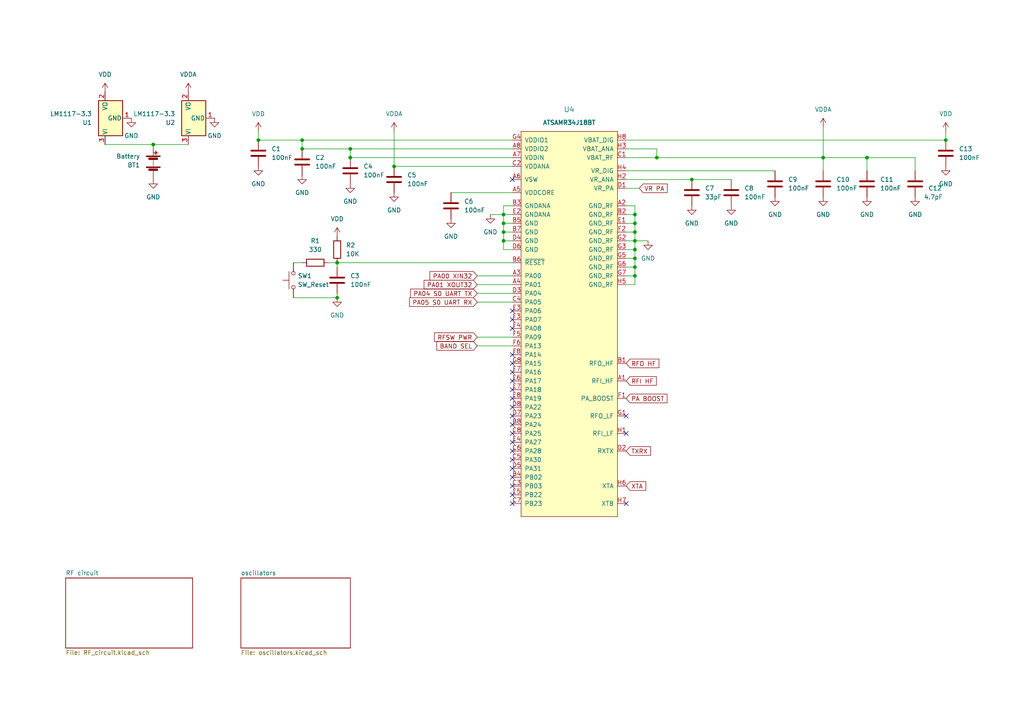
<source format=kicad_sch>
(kicad_sch (version 20211123) (generator eeschema)
  (paper "A4")
  (lib_symbols
    (symbol "Device:Battery" (pin_numbers hide) (pin_names (offset 0) hide)
      (property "Reference" "BT" (at 2.54 2.54 0))
      (property "Value" "Battery" (at 2.54 0 0))
      (symbol "Battery_0_1"
        (rectangle (start -2.032 -1.397) (end 2.032 -1.651) (fill (type outline)))
        (rectangle (start -2.032 1.778) (end 2.032 1.524) (fill (type outline)))
        (rectangle (start -1.3208 -1.9812) (end 1.27 -2.4892) (fill (type outline)))
        (rectangle (start -1.3208 1.1938) (end 1.27 0.6858) (fill (type outline)))
        (polyline (pts (xy 0 -1.524) (xy 0 -1.27)))
        (polyline (pts (xy 0 -1.016) (xy 0 -0.762)))
        (polyline (pts (xy 0 -0.508) (xy 0 -0.254)))
        (polyline (pts (xy 0 0) (xy 0 0.254)))
        (polyline (pts (xy 0 0.508) (xy 0 0.762)))
        (polyline (pts (xy 0 1.778) (xy 0 2.54)))
        (polyline (pts (xy 0.254 2.667) (xy 1.27 2.667)) (stroke (width 0.254)))
        (polyline (pts (xy 0.762 3.175) (xy 0.762 2.159)) (stroke (width 0.254)))
      )
      (symbol "Battery_1_1"
        (pin passive line (at 0 5.08 270) (length 2.54) (name "+") (number "1"))
        (pin passive line (at 0 -5.08 90) (length 2.54) (name "-") (number "2"))
      )
    )
    (symbol "Device:C" (pin_numbers hide) (pin_names (offset 0.254))
      (property "Reference" "C" (at 0.635 2.54 0))
      (property "Value" "C" (at 0.635 -2.54 0))
      (symbol "C_0_1"
        (polyline (pts (xy -2.032 -0.762) (xy 2.032 -0.762)) (stroke (width 0.508)))
        (polyline (pts (xy -2.032 0.762) (xy 2.032 0.762)) (stroke (width 0.508)))
      )
      (symbol "C_1_1"
        (pin passive line (at 0 3.81 270) (length 2.794) (name "~") (number "1"))
        (pin passive line (at 0 -3.81 90) (length 2.794) (name "~") (number "2"))
      )
    )
    (symbol "Device:R" (pin_numbers hide) (pin_names (offset 0))
      (property "Reference" "R" (at 2.032 0 90))
      (property "Value" "R" (at 0 0 90))
      (symbol "R_0_1"
        (rectangle (start -1.016 -2.54) (end 1.016 2.54) (stroke (width 0.254)))
      )
      (symbol "R_1_1"
        (pin passive line (at 0 3.81 270) (length 1.27) (name "~") (number "1"))
        (pin passive line (at 0 -3.81 90) (length 1.27) (name "~") (number "2"))
      )
    )
    (symbol "Regulator_Linear:LM1117-3.3" (pin_names (offset 0.254))
      (property "Reference" "U" (at -3.81 3.175 0))
      (property "Value" "LM1117-3.3" (at 0 3.175 0))
      (symbol "LM1117-3.3_0_1"
        (rectangle (start -5.08 -5.08) (end 5.08 1.905) (stroke (width 0.254)) (fill (type background)))
      )
      (symbol "LM1117-3.3_1_1"
        (pin power_in line (at 0 -7.62 90) (length 2.54) (name "GND") (number "1"))
        (pin power_out line (at 7.62 0 180) (length 2.54) (name "VO") (number "2"))
        (pin power_in line (at -7.62 0 0) (length 2.54) (name "VI") (number "3"))
      )
    )
    (symbol "Switch:SW_Push" (pin_numbers hide) (pin_names (offset 1.016) hide)
      (property "Reference" "SW" (at 1.27 2.54 0))
      (property "Value" "SW_Push" (at 0 -1.524 0))
      (symbol "SW_Push_0_1"
        (circle (center -2.032 0) (radius 0.508))
        (polyline (pts (xy 0 1.27) (xy 0 3.048)))
        (polyline (pts (xy 2.54 1.27) (xy -2.54 1.27)))
        (circle (center 2.032 0) (radius 0.508))
        (pin passive line (at -5.08 0 0) (length 2.54) (name "1") (number "1"))
        (pin passive line (at 5.08 0 180) (length 2.54) (name "2") (number "2"))
      )
    )
    (symbol "atsamr34j18bt-tinyloramodule-symbol-lib-tlm-v1-rescue:ATSAMR34J18BT-TinyLoraModule-Symbol-Lib-TLM-v1-rescue" (pin_names (offset 1.016))
      (property "Reference" "U" (at 1.27 3.81 0))
      (property "Value" "ATSAMR34J18BT-TinyLoraModule-Symbol-Lib-TLM-v1-rescue" (at 13.97 -110.49 0))
      (symbol "ATSAMR34J18BT-TinyLoraModule-Symbol-Lib-TLM-v1-rescue_0_1"
        (rectangle (start 0 2.54) (end 27.94 -109.22) (stroke (width 0.1524)) (fill (type background)))
      )
      (symbol "ATSAMR34J18BT-TinyLoraModule-Symbol-Lib-TLM-v1-rescue_1_1"
        (pin input line (at 30.48 -69.85 180) (length 2.54) (name "RFI_HF") (number "A1"))
        (pin passive line (at 30.48 -19.05 180) (length 2.54) (name "GND_RF") (number "A2"))
        (pin bidirectional line (at -2.54 -39.37 0) (length 2.54) (name "PA00") (number "A3"))
        (pin bidirectional line (at -2.54 -41.91 0) (length 2.54) (name "PA01") (number "A4"))
        (pin power_out line (at -2.54 -15.24 0) (length 2.54) (name "VDDCORE") (number "A5"))
        (pin power_in line (at -2.54 -11.43 0) (length 2.54) (name "VSW") (number "A6"))
        (pin power_in line (at -2.54 -5.08 0) (length 2.54) (name "VDDIN") (number "A7"))
        (pin power_in line (at -2.54 -2.54 0) (length 2.54) (name "VDDIO2") (number "A8"))
        (pin output line (at 30.48 -64.77 180) (length 2.54) (name "RFO_HF") (number "B1"))
        (pin passive line (at 30.48 -21.59 180) (length 2.54) (name "GND_RF") (number "B2"))
        (pin passive line (at -2.54 -19.05 0) (length 2.54) (name "GNDANA") (number "B3"))
        (pin bidirectional line (at -2.54 -97.79 0) (length 2.54) (name "PB02") (number "B4"))
        (pin passive line (at -2.54 -24.13 0) (length 2.54) (name "GND") (number "B5"))
        (pin input line (at -2.54 -35.56 0) (length 2.54) (name "~{RESET}") (number "B6"))
        (pin passive line (at -2.54 -26.67 0) (length 2.54) (name "GND") (number "B7"))
        (pin bidirectional line (at -2.54 -82.55 0) (length 2.54) (name "PA24") (number "B8"))
        (pin power_in line (at 30.48 -5.08 180) (length 2.54) (name "VBAT_RF") (number "C1"))
        (pin power_in line (at -2.54 -7.62 0) (length 2.54) (name "VDDANA") (number "C2"))
        (pin power_in line (at -2.54 -100.33 0) (length 2.54) (name "PB03") (number "C3"))
        (pin bidirectional line (at -2.54 -46.99 0) (length 2.54) (name "PA05") (number "C4"))
        (pin bidirectional line (at -2.54 -92.71 0) (length 2.54) (name "PA30") (number "C5"))
        (pin bidirectional line (at -2.54 -90.17 0) (length 2.54) (name "PA28") (number "C6"))
        (pin bidirectional line (at -2.54 -105.41 0) (length 2.54) (name "PB23") (number "C7"))
        (pin bidirectional line (at -2.54 -85.09 0) (length 2.54) (name "PA25") (number "C8"))
        (pin output line (at 30.48 -13.97 180) (length 2.54) (name "VR_PA") (number "D1"))
        (pin output line (at 30.48 -90.17 180) (length 2.54) (name "RXTX") (number "D2"))
        (pin bidirectional line (at -2.54 -44.45 0) (length 2.54) (name "PA04") (number "D3"))
        (pin passive line (at -2.54 -29.21 0) (length 2.54) (name "GND") (number "D4"))
        (pin bidirectional line (at -2.54 -95.25 0) (length 2.54) (name "PA31") (number "D5"))
        (pin passive line (at -2.54 -31.75 0) (length 2.54) (name "GND") (number "D6"))
        (pin bidirectional line (at -2.54 -80.01 0) (length 2.54) (name "PA23") (number "D7"))
        (pin bidirectional line (at -2.54 -77.47 0) (length 2.54) (name "PA22") (number "D8"))
        (pin passive line (at 30.48 -24.13 180) (length 2.54) (name "GND_RF") (number "E1"))
        (pin passive line (at -2.54 -21.59 0) (length 2.54) (name "GNDANA") (number "E2"))
        (pin bidirectional line (at -2.54 -49.53 0) (length 2.54) (name "PA06") (number "E3"))
        (pin bidirectional line (at -2.54 -87.63 0) (length 2.54) (name "PA27") (number "E4"))
        (pin bidirectional line (at -2.54 -102.87 0) (length 2.54) (name "PB22") (number "E5"))
        (pin bidirectional line (at -2.54 -69.85 0) (length 2.54) (name "PA17") (number "E6"))
        (pin bidirectional line (at -2.54 -72.39 0) (length 2.54) (name "PA18") (number "E7"))
        (pin bidirectional line (at -2.54 -74.93 0) (length 2.54) (name "PA19") (number "E8"))
        (pin output line (at 30.48 -74.93 180) (length 2.54) (name "PA_BOOST") (number "F1"))
        (pin passive line (at 30.48 -26.67 180) (length 2.54) (name "GND_RF") (number "F2"))
        (pin bidirectional line (at -2.54 -52.07 0) (length 2.54) (name "PA07") (number "F3"))
        (pin bidirectional line (at -2.54 -54.61 0) (length 2.54) (name "PA08") (number "F4"))
        (pin bidirectional line (at -2.54 -57.15 0) (length 2.54) (name "PA09") (number "F5"))
        (pin bidirectional line (at -2.54 -59.69 0) (length 2.54) (name "PA13") (number "F6"))
        (pin bidirectional line (at -2.54 -67.31 0) (length 2.54) (name "PA16") (number "F7"))
        (pin bidirectional line (at -2.54 -62.23 0) (length 2.54) (name "PA14") (number "F8"))
        (pin output line (at 30.48 -80.01 180) (length 2.54) (name "RFO_LF") (number "G1"))
        (pin passive line (at 30.48 -29.21 180) (length 2.54) (name "GND_RF") (number "G2"))
        (pin passive line (at 30.48 -31.75 180) (length 2.54) (name "GND_RF") (number "G3"))
        (pin power_in line (at -2.54 0 0) (length 2.54) (name "VDDIO1") (number "G4"))
        (pin passive line (at 30.48 -34.29 180) (length 2.54) (name "GND_RF") (number "G5"))
        (pin passive line (at 30.48 -36.83 180) (length 2.54) (name "GND_RF") (number "G6"))
        (pin passive line (at 30.48 -39.37 180) (length 2.54) (name "GND_RF") (number "G7"))
        (pin bidirectional line (at -2.54 -64.77 0) (length 2.54) (name "PA15") (number "G8"))
        (pin input line (at 30.48 -85.09 180) (length 2.54) (name "RFI_LF") (number "H1"))
        (pin input line (at 30.48 -11.43 180) (length 2.54) (name "VR_ANA") (number "H2"))
        (pin power_in line (at 30.48 -2.54 180) (length 2.54) (name "VBAT_ANA") (number "H3"))
        (pin input line (at 30.48 -8.89 180) (length 2.54) (name "VR_DIG") (number "H4"))
        (pin passive line (at 30.48 -41.91 180) (length 2.54) (name "GND_RF") (number "H5"))
        (pin input line (at 30.48 -100.33 180) (length 2.54) (name "XTA") (number "H6"))
        (pin output line (at 30.48 -105.41 180) (length 2.54) (name "XTB") (number "H7"))
        (pin power_in line (at 30.48 0 180) (length 2.54) (name "VBAT_DIG") (number "H8"))
      )
    )
    (symbol "power:GND" (power) (pin_names (offset 0))
      (property "Value" "GND" (at 0 -3.81 0))
      (symbol "GND_0_1"
        (polyline (pts (xy 0 0) (xy 0 -1.27) (xy 1.27 -1.27) (xy 0 -2.54) (xy -1.27 -1.27) (xy 0 -1.27)))
      )
      (symbol "GND_1_1"
        (pin power_in line (at 0 0 270) (length 0) hide (name "GND") (number "1"))
      )
    )
    (symbol "power:VDD" (power) (pin_names (offset 0))
      (property "Value" "VDD" (at 0 3.81 0))
      (symbol "VDD_0_1"
        (polyline (pts (xy -0.762 1.27) (xy 0 2.54)))
        (polyline (pts (xy 0 0) (xy 0 2.54)))
        (polyline (pts (xy 0 2.54) (xy 0.762 1.27)))
      )
      (symbol "VDD_1_1"
        (pin power_in line (at 0 0 90) (length 0) hide (name "VDD") (number "1"))
      )
    )
    (symbol "power:VDDA" (power) (pin_names (offset 0))
      (property "Value" "VDDA" (at 0 3.81 0))
      (symbol "VDDA_0_1"
        (polyline (pts (xy -0.762 1.27) (xy 0 2.54)))
        (polyline (pts (xy 0 0) (xy 0 2.54)))
        (polyline (pts (xy 0 2.54) (xy 0.762 1.27)))
      )
      (symbol "VDDA_1_1"
        (pin power_in line (at 0 0 90) (length 0) hide (name "VDDA") (number "1"))
      )
    )
  )
  (junction (at 101.6 45.72))
  (junction (at 146.05 69.85))
  (junction (at 184.15 67.31))
  (junction (at 184.15 62.23))
  (junction (at 97.79 76.2))
  (junction (at 184.15 80.01))
  (junction (at 146.05 62.23))
  (junction (at 274.32 40.64))
  (junction (at 184.15 72.39))
  (junction (at 146.05 67.31))
  (junction (at 97.79 86.36))
  (junction (at 87.63 40.64))
  (junction (at 101.6 43.18))
  (junction (at 87.63 43.18))
  (junction (at 184.15 74.93))
  (junction (at 184.15 69.85))
  (junction (at 44.45 41.91))
  (junction (at 184.15 64.77))
  (junction (at 146.05 64.77))
  (junction (at 251.46 45.72))
  (junction (at 238.76 45.72))
  (junction (at 184.15 77.47))
  (junction (at 74.93 40.64))
  (junction (at 200.66 52.07))
  (junction (at 114.3 48.26))
  (junction (at 190.5 45.72))
  (no_connect (at 148.59 140.97))
  (no_connect (at 148.59 130.81))
  (no_connect (at 181.61 146.05))
  (no_connect (at 181.61 120.65))
  (no_connect (at 148.59 92.71))
  (no_connect (at 148.59 107.95))
  (no_connect (at 148.59 123.19))
  (no_connect (at 148.59 95.25))
  (no_connect (at 148.59 102.87))
  (no_connect (at 148.59 110.49))
  (no_connect (at 148.59 125.73))
  (no_connect (at 148.59 52.07))
  (no_connect (at 148.59 133.35))
  (no_connect (at 148.59 118.11))
  (no_connect (at 148.59 128.27))
  (no_connect (at 148.59 138.43))
  (no_connect (at 148.59 113.03))
  (no_connect (at 148.59 120.65))
  (no_connect (at 148.59 115.57))
  (no_connect (at 148.59 105.41))
  (no_connect (at 148.59 146.05))
  (no_connect (at 148.59 135.89))
  (no_connect (at 181.61 125.73))
  (no_connect (at 148.59 90.17))
  (no_connect (at 148.59 143.51))
  (wire (pts (xy 251.46 45.72) (xy 251.46 49.53)))
  (wire (pts (xy 200.66 52.07) (xy 212.09 52.07)))
  (wire (pts (xy 146.05 59.69) (xy 146.05 62.23)))
  (wire (pts (xy 146.05 69.85) (xy 148.59 69.85)))
  (wire (pts (xy 97.79 76.2) (xy 148.59 76.2)))
  (wire (pts (xy 184.15 59.69) (xy 184.15 62.23)))
  (wire (pts (xy 87.63 40.64) (xy 148.59 40.64)))
  (wire (pts (xy 184.15 82.55) (xy 181.61 82.55)))
  (wire (pts (xy 184.15 64.77) (xy 184.15 67.31)))
  (wire (pts (xy 87.63 43.18) (xy 101.6 43.18)))
  (wire (pts (xy 184.15 67.31) (xy 184.15 69.85)))
  (wire (pts (xy 130.81 55.88) (xy 148.59 55.88)))
  (wire (pts (xy 74.93 40.64) (xy 87.63 40.64)))
  (wire (pts (xy 181.61 54.61) (xy 185.42 54.61)))
  (wire (pts (xy 181.61 59.69) (xy 184.15 59.69)))
  (wire (pts (xy 44.45 41.91) (xy 54.61 41.91)))
  (wire (pts (xy 85.09 76.2) (xy 87.63 76.2)))
  (wire (pts (xy 97.79 77.47) (xy 97.79 76.2)))
  (wire (pts (xy 138.43 100.33) (xy 148.59 100.33)))
  (wire (pts (xy 138.43 87.63) (xy 148.59 87.63)))
  (wire (pts (xy 146.05 72.39) (xy 148.59 72.39)))
  (wire (pts (xy 146.05 69.85) (xy 146.05 72.39)))
  (wire (pts (xy 146.05 64.77) (xy 146.05 67.31)))
  (wire (pts (xy 181.61 49.53) (xy 224.79 49.53)))
  (wire (pts (xy 146.05 62.23) (xy 148.59 62.23)))
  (wire (pts (xy 184.15 62.23) (xy 184.15 64.77)))
  (wire (pts (xy 184.15 69.85) (xy 184.15 72.39)))
  (wire (pts (xy 181.61 45.72) (xy 190.5 45.72)))
  (wire (pts (xy 181.61 64.77) (xy 184.15 64.77)))
  (wire (pts (xy 114.3 48.26) (xy 148.59 48.26)))
  (wire (pts (xy 184.15 80.01) (xy 184.15 82.55)))
  (wire (pts (xy 274.32 38.1) (xy 274.32 40.64)))
  (wire (pts (xy 184.15 77.47) (xy 184.15 80.01)))
  (wire (pts (xy 101.6 45.72) (xy 148.59 45.72)))
  (wire (pts (xy 142.24 62.23) (xy 146.05 62.23)))
  (wire (pts (xy 184.15 74.93) (xy 184.15 77.47)))
  (wire (pts (xy 138.43 85.09) (xy 148.59 85.09)))
  (wire (pts (xy 87.63 40.64) (xy 87.63 43.18)))
  (wire (pts (xy 97.79 86.36) (xy 97.79 85.09)))
  (wire (pts (xy 251.46 45.72) (xy 265.43 45.72)))
  (wire (pts (xy 95.25 76.2) (xy 97.79 76.2)))
  (wire (pts (xy 85.09 86.36) (xy 97.79 86.36)))
  (wire (pts (xy 181.61 69.85) (xy 184.15 69.85)))
  (wire (pts (xy 138.43 82.55) (xy 148.59 82.55)))
  (wire (pts (xy 101.6 43.18) (xy 101.6 45.72)))
  (wire (pts (xy 138.43 97.79) (xy 148.59 97.79)))
  (wire (pts (xy 74.93 38.1) (xy 74.93 40.64)))
  (wire (pts (xy 44.45 41.91) (xy 30.48 41.91)))
  (wire (pts (xy 146.05 62.23) (xy 146.05 64.77)))
  (wire (pts (xy 181.61 62.23) (xy 184.15 62.23)))
  (wire (pts (xy 238.76 36.83) (xy 238.76 45.72)))
  (wire (pts (xy 181.61 72.39) (xy 184.15 72.39)))
  (wire (pts (xy 181.61 80.01) (xy 184.15 80.01)))
  (wire (pts (xy 181.61 43.18) (xy 190.5 43.18)))
  (wire (pts (xy 265.43 45.72) (xy 265.43 49.53)))
  (wire (pts (xy 101.6 43.18) (xy 148.59 43.18)))
  (wire (pts (xy 148.59 59.69) (xy 146.05 59.69)))
  (wire (pts (xy 184.15 72.39) (xy 184.15 74.93)))
  (wire (pts (xy 181.61 77.47) (xy 184.15 77.47)))
  (wire (pts (xy 238.76 49.53) (xy 238.76 45.72)))
  (wire (pts (xy 146.05 67.31) (xy 146.05 69.85)))
  (wire (pts (xy 181.61 67.31) (xy 184.15 67.31)))
  (wire (pts (xy 181.61 40.64) (xy 274.32 40.64)))
  (wire (pts (xy 146.05 64.77) (xy 148.59 64.77)))
  (wire (pts (xy 181.61 52.07) (xy 200.66 52.07)))
  (wire (pts (xy 138.43 80.01) (xy 148.59 80.01)))
  (wire (pts (xy 181.61 74.93) (xy 184.15 74.93)))
  (wire (pts (xy 114.3 38.1) (xy 114.3 48.26)))
  (wire (pts (xy 184.15 69.85) (xy 187.96 69.85)))
  (wire (pts (xy 190.5 43.18) (xy 190.5 45.72)))
  (wire (pts (xy 238.76 45.72) (xy 251.46 45.72)))
  (wire (pts (xy 146.05 67.31) (xy 148.59 67.31)))
  (wire (pts (xy 190.5 45.72) (xy 238.76 45.72)))
  (global_label "PA04 S0 UART TX" (shape input) (at 138.43 85.09 180) (property "Intersheet References" "${INTERSHEET_REFS}" (effects hide)))
  (global_label "PA BOOST" (shape input) (at 181.61 115.57 0) (property "Intersheet References" "${INTERSHEET_REFS}" (effects hide)))
  (global_label "XTA" (shape input) (at 181.61 140.97 0) (property "Intersheet References" "${INTERSHEET_REFS}" (effects hide)))
  (global_label "PA05 S0 UART RX" (shape input) (at 138.43 87.63 180) (property "Intersheet References" "${INTERSHEET_REFS}" (effects hide)))
  (global_label "RFSW PWR" (shape input) (at 138.43 97.79 180) (property "Intersheet References" "${INTERSHEET_REFS}" (effects hide)))
  (global_label "BAND SEL" (shape input) (at 138.43 100.33 180) (property "Intersheet References" "${INTERSHEET_REFS}" (effects hide)))
  (global_label "PA00 XIN32" (shape input) (at 138.43 80.01 180) (property "Intersheet References" "${INTERSHEET_REFS}" (effects hide)))
  (global_label "PA01 XOUT32" (shape input) (at 138.43 82.55 180) (property "Intersheet References" "${INTERSHEET_REFS}" (effects hide)))
  (global_label "VR PA" (shape input) (at 185.42 54.61 0) (property "Intersheet References" "${INTERSHEET_REFS}" (effects hide)))
  (global_label "RFI HF" (shape input) (at 181.61 110.49 0) (property "Intersheet References" "${INTERSHEET_REFS}" (effects hide)))
  (global_label "TXRX" (shape input) (at 181.61 130.81 0) (property "Intersheet References" "${INTERSHEET_REFS}" (effects hide)))
  (global_label "RFO HF" (shape input) (at 181.61 105.41 0) (property "Intersheet References" "${INTERSHEET_REFS}" (effects hide)))
  (symbol (lib_id "power:GND") (at 251.46 57.15 0) (unit 1)
    (property "Reference" "#PWR0110" (effects hide))
    (property "Value" "GND" (at 251.46 62.23 0))
  )
  (symbol (lib_id "Device:C") (at 74.93 44.45 0) (unit 1)
    (property "Reference" "C1" (at 78.74 43.1799 0) (effects (justify left)))
    (property "Value" "100nF" (at 78.74 45.7199 0) (effects (justify left)))
    (property "Footprint" "Capacitor_SMD:C_0201_0603Metric" (effects hide))
  )
  (symbol (lib_id "Device:C") (at 130.81 59.69 0) (unit 1)
    (property "Reference" "C6" (at 134.62 58.4199 0) (effects (justify left)))
    (property "Value" "100nF" (at 134.62 60.9599 0) (effects (justify left)))
    (property "Footprint" "Capacitor_SMD:C_0201_0603Metric" (effects hide))
  )
  (symbol (lib_id "power:VDD") (at 274.32 38.1 0) (unit 1)
    (property "Reference" "#PWR0116" (effects hide))
    (property "Value" "VDD" (at 274.32 33.02 0))
  )
  (symbol (lib_id "Device:C") (at 101.6 49.53 0) (unit 1)
    (property "Reference" "C4" (at 105.41 48.2599 0) (effects (justify left)))
    (property "Value" "100nF" (at 105.41 50.7999 0) (effects (justify left)))
    (property "Footprint" "Capacitor_SMD:C_0201_0603Metric" (effects hide))
  )
  (symbol (lib_id "Regulator_Linear:LM1117-3.3") (at 30.48 34.29 90) (unit 1)
    (property "Reference" "U1" (at 26.67 35.5601 90) (effects (justify left)))
    (property "Value" "LM1117-3.3" (at 26.67 33.0201 90) (effects (justify left)))
    (property "Footprint" "LM1117T-3:TO254P470X1016X2222-3P" (effects hide))
    (property "Datasheet" "http://www.ti.com/lit/ds/symlink/lm1117.pdf" (effects hide))
  )
  (symbol (lib_id "power:GND") (at 187.96 69.85 0) (unit 1)
    (property "Reference" "#PWR0105" (effects hide))
    (property "Value" "GND" (at 187.96 74.93 0))
  )
  (symbol (lib_id "Device:C") (at 224.79 53.34 0) (unit 1)
    (property "Reference" "C9" (at 228.6 52.0699 0) (effects (justify left)))
    (property "Value" "100nF" (at 228.6 54.6099 0) (effects (justify left)))
    (property "Footprint" "Capacitor_SMD:C_0201_0603Metric" (effects hide))
  )
  (symbol (lib_id "power:GND") (at 130.81 63.5 0) (unit 1)
    (property "Reference" "#PWR0140" (effects hide))
    (property "Value" "GND" (at 130.81 68.58 0))
  )
  (symbol (lib_id "power:GND") (at 142.24 62.23 0) (unit 1)
    (property "Reference" "#PWR0139" (effects hide))
    (property "Value" "GND" (at 142.24 67.31 0))
  )
  (symbol (lib_id "Device:R") (at 91.44 76.2 270) (unit 1)
    (property "Reference" "R1" (at 91.44 69.85 90))
    (property "Value" "330" (at 91.44 72.39 90))
    (property "Footprint" "Capacitor_SMD:C_0402_1005Metric" (effects hide))
  )
  (symbol (lib_id "power:GND") (at 87.63 50.8 0) (unit 1)
    (property "Reference" "#PWR0117" (effects hide))
    (property "Value" "GND" (at 87.63 55.88 0))
  )
  (symbol (lib_id "atsamr34j18bt-tinyloramodule-symbol-lib-tlm-v1-rescue:ATSAMR34J18BT-TinyLoraModule-Symbol-Lib-TLM-v1-rescue") (at 151.13 40.64 0) (unit 1)
    (property "Reference" "U4" (at 165.1 31.75 0) (effects (font (size 1.4986 1.4986))))
    (property "Value" "ATSAMR34J18BT" (at 165.1 35.56 0) (effects (font bold)))
    (property "Footprint" "footprints:ATSAMR34J18BT-I&slash_7JX" (effects hide))
  )
  (symbol (lib_id "Device:C") (at 251.46 53.34 0) (unit 1)
    (property "Reference" "C11" (at 255.27 52.0699 0) (effects (justify left)))
    (property "Value" "100nF" (at 255.27 54.6099 0) (effects (justify left)))
    (property "Footprint" "Capacitor_SMD:C_0201_0603Metric" (effects hide))
  )
  (symbol (lib_id "power:VDDA") (at 114.3 38.1 0) (unit 1)
    (property "Reference" "#PWR0102" (effects hide))
    (property "Value" "VDDA" (at 114.3 33.02 0))
  )
  (symbol (lib_id "power:VDDA") (at 238.76 36.83 0) (unit 1)
    (property "Reference" "#PWR0115" (effects hide))
    (property "Value" "VDDA" (at 238.76 31.75 0))
  )
  (symbol (lib_id "power:GND") (at 38.1 34.29 0) (unit 1)
    (property "Reference" "#PWR0111" (effects hide))
    (property "Value" "GND" (at 38.1 39.37 0))
  )
  (symbol (lib_id "Device:C") (at 200.66 55.88 0) (unit 1)
    (property "Reference" "C7" (at 204.47 54.6099 0) (effects (justify left)))
    (property "Value" "33pF" (at 204.47 57.1499 0) (effects (justify left)))
    (property "Footprint" "Capacitor_SMD:C_0201_0603Metric" (effects hide))
  )
  (symbol (lib_id "power:GND") (at 224.79 57.15 0) (unit 1)
    (property "Reference" "#PWR0107" (effects hide))
    (property "Value" "GND" (at 224.79 62.23 0))
  )
  (symbol (lib_id "power:GND") (at 274.32 48.26 0) (unit 1)
    (property "Reference" "#PWR0114" (effects hide))
    (property "Value" "GND" (at 274.32 53.34 0))
  )
  (symbol (lib_id "power:GND") (at 44.45 52.07 0) (unit 1)
    (property "Reference" "#PWR0112" (effects hide))
    (property "Value" "GND" (at 44.45 57.15 0))
  )
  (symbol (lib_id "Device:C") (at 97.79 81.28 0) (unit 1)
    (property "Reference" "C3" (at 101.6 80.0099 0) (effects (justify left)))
    (property "Value" "100nF" (at 101.6 82.5499 0) (effects (justify left)))
    (property "Footprint" "Capacitor_SMD:C_0201_0603Metric" (effects hide))
  )
  (symbol (lib_id "power:VDD") (at 74.93 38.1 0) (unit 1)
    (property "Reference" "#PWR0136" (effects hide))
    (property "Value" "VDD" (at 74.93 33.02 0))
  )
  (symbol (lib_id "Device:C") (at 114.3 52.07 0) (unit 1)
    (property "Reference" "C5" (at 118.11 50.7999 0) (effects (justify left)))
    (property "Value" "100nF" (at 118.11 53.3399 0) (effects (justify left)))
    (property "Footprint" "Capacitor_SMD:C_0201_0603Metric" (effects hide))
  )
  (symbol (lib_id "Device:C") (at 238.76 53.34 0) (unit 1)
    (property "Reference" "C10" (at 242.57 52.0699 0) (effects (justify left)))
    (property "Value" "100nF" (at 242.57 54.6099 0) (effects (justify left)))
    (property "Footprint" "Capacitor_SMD:C_0201_0603Metric" (effects hide))
  )
  (symbol (lib_id "power:GND") (at 200.66 59.69 0) (unit 1)
    (property "Reference" "#PWR0106" (effects hide))
    (property "Value" "GND" (at 200.66 64.77 0))
  )
  (symbol (lib_id "power:VDDA") (at 54.61 26.67 0) (unit 1)
    (property "Reference" "#PWR0137" (effects hide))
    (property "Value" "VDDA" (at 54.61 21.59 0))
  )
  (symbol (lib_id "Device:C") (at 87.63 46.99 0) (unit 1)
    (property "Reference" "C2" (at 91.44 45.7199 0) (effects (justify left)))
    (property "Value" "100nF" (at 91.44 48.2599 0) (effects (justify left)))
    (property "Footprint" "Capacitor_SMD:C_0201_0603Metric" (effects hide))
  )
  (symbol (lib_id "Device:C") (at 274.32 44.45 0) (unit 1)
    (property "Reference" "C13" (at 278.13 43.1799 0) (effects (justify left)))
    (property "Value" "100nF" (at 278.13 45.7199 0) (effects (justify left)))
    (property "Footprint" "Capacitor_SMD:C_0201_0603Metric" (effects hide))
  )
  (symbol (lib_id "power:GND") (at 97.79 86.36 0) (unit 1)
    (property "Reference" "#PWR0141" (effects hide))
    (property "Value" "GND" (at 97.79 91.44 0))
  )
  (symbol (lib_id "power:GND") (at 265.43 57.15 0) (unit 1)
    (property "Reference" "#PWR0113" (effects hide))
    (property "Value" "GND" (at 265.43 62.23 0))
  )
  (symbol (lib_id "Device:C") (at 212.09 55.88 0) (unit 1)
    (property "Reference" "C8" (at 215.9 54.6099 0) (effects (justify left)))
    (property "Value" "100nF" (at 215.9 57.1499 0) (effects (justify left)))
    (property "Footprint" "Capacitor_SMD:C_0201_0603Metric" (effects hide))
  )
  (symbol (lib_id "Device:C") (at 265.43 53.34 0) (unit 1)
    (property "Reference" "C12" (at 269.24 54.61 0) (effects (justify left)))
    (property "Value" "4.7pF" (at 267.97 57.15 0) (effects (justify left)))
    (property "Footprint" "Capacitor_SMD:C_0201_0603Metric" (effects hide))
  )
  (symbol (lib_id "power:VDD") (at 30.48 26.67 0) (unit 1)
    (property "Reference" "#PWR0138" (effects hide))
    (property "Value" "VDD" (at 30.48 21.59 0))
  )
  (symbol (lib_id "power:GND") (at 74.93 48.26 0) (unit 1)
    (property "Reference" "#PWR0135" (effects hide))
    (property "Value" "GND" (at 74.93 53.34 0))
  )
  (symbol (lib_id "power:GND") (at 238.76 57.15 0) (unit 1)
    (property "Reference" "#PWR0109" (effects hide))
    (property "Value" "GND" (at 238.76 62.23 0))
  )
  (symbol (lib_id "power:GND") (at 62.23 34.29 0) (unit 1)
    (property "Reference" "#PWR0142" (effects hide))
    (property "Value" "GND" (at 62.23 39.37 0))
  )
  (symbol (lib_id "Device:Battery") (at 44.45 46.99 0) (unit 1)
    (property "Reference" "BT1" (at 40.64 47.8791 0) (effects (justify right)))
    (property "Value" "Battery" (at 40.64 45.3391 0) (effects (justify right)))
    (property "Footprint" "Battery:BatteryHolder_Eagle_12BH611-GR" (effects hide))
  )
  (symbol (lib_id "power:GND") (at 101.6 53.34 0) (unit 1)
    (property "Reference" "#PWR0103" (effects hide))
    (property "Value" "GND" (at 101.6 58.42 0))
  )
  (symbol (lib_id "Regulator_Linear:LM1117-3.3") (at 54.61 34.29 90) (unit 1)
    (property "Reference" "U2" (at 50.8 35.5601 90) (effects (justify left)))
    (property "Value" "LM1117-3.3" (at 50.8 33.0201 90) (effects (justify left)))
    (property "Footprint" "LM1117T-3:TO254P470X1016X2222-3P" (effects hide))
    (property "Datasheet" "http://www.ti.com/lit/ds/symlink/lm1117.pdf" (effects hide))
  )
  (symbol (lib_id "Switch:SW_Push") (at 85.09 81.28 90) (unit 1)
    (property "Reference" "SW1" (at 86.36 80.0099 90) (effects (justify right)))
    (property "Value" "SW_Reset" (at 86.36 82.5499 90) (effects (justify right)))
    (property "Footprint" "Button_Switch_THT:SW_PUSH_6mm" (effects hide))
  )
  (symbol (lib_id "Device:R") (at 97.79 72.39 0) (unit 1)
    (property "Reference" "R2" (at 100.33 71.1199 0) (effects (justify left)))
    (property "Value" "10K" (at 100.33 73.6599 0) (effects (justify left)))
    (property "Footprint" "Capacitor_SMD:C_0402_1005Metric" (effects hide))
  )
  (symbol (lib_id "power:VDD") (at 97.79 68.58 0) (unit 1)
    (property "Reference" "#PWR0104" (effects hide))
    (property "Value" "VDD" (at 97.79 63.5 0))
  )
  (symbol (lib_id "power:GND") (at 114.3 55.88 0) (unit 1)
    (property "Reference" "#PWR0101" (effects hide))
    (property "Value" "GND" (at 114.3 60.96 0))
  )
  (symbol (lib_id "power:GND") (at 212.09 59.69 0) (unit 1)
    (property "Reference" "#PWR0108" (effects hide))
    (property "Value" "GND" (at 212.09 64.77 0))
  )
  (sheet (at 69.85 167.64) (size 31.75 20.32) (stroke (width 0.1524))
    (property "Sheet name" "oscillators" (at 69.85 166.9284 0) (effects (justify left bottom)))
    (property "Sheet file" "oscillators.kicad_sch" (at 69.85 188.5446 0) (effects (justify left top)))
  )
  (sheet (at 19.05 167.64) (size 36.83 20.32) (stroke (width 0.1524))
    (property "Sheet name" "RF circuit" (at 19.05 166.9284 0) (effects (justify left bottom)))
    (property "Sheet file" "RF_circuit.kicad_sch" (at 19.05 188.5446 0) (effects (justify left top)))
  )
)
</source>
